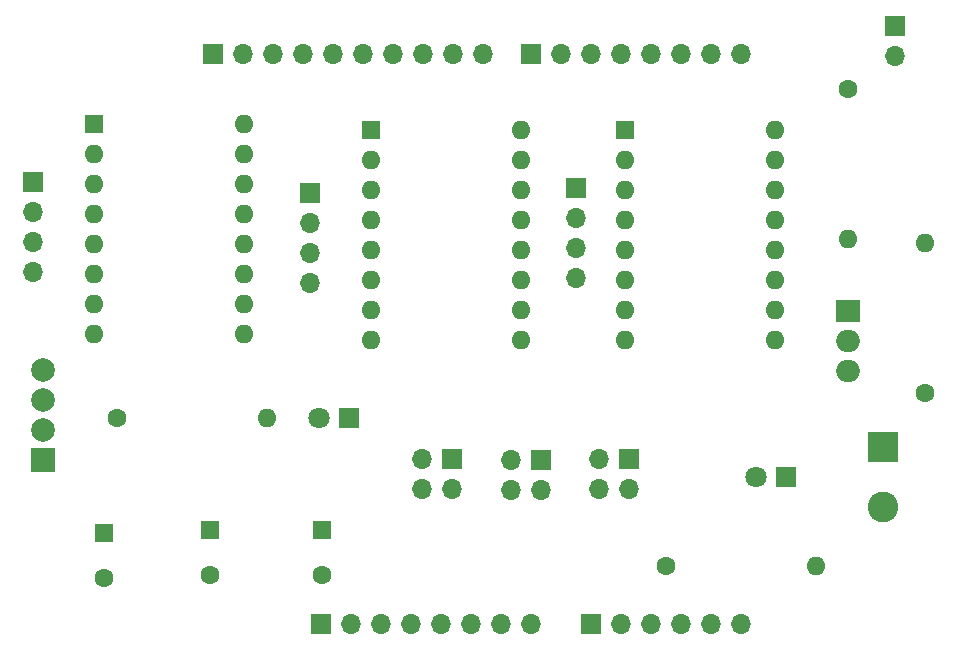
<source format=gbr>
%TF.GenerationSoftware,KiCad,Pcbnew,8.0.3*%
%TF.CreationDate,2024-08-02T22:15:16+02:00*%
%TF.ProjectId,ARD-MOTORES2,4152442d-4d4f-4544-9f52-4553322e6b69,rev?*%
%TF.SameCoordinates,Original*%
%TF.FileFunction,Copper,L1,Top*%
%TF.FilePolarity,Positive*%
%FSLAX46Y46*%
G04 Gerber Fmt 4.6, Leading zero omitted, Abs format (unit mm)*
G04 Created by KiCad (PCBNEW 8.0.3) date 2024-08-02 22:15:16*
%MOMM*%
%LPD*%
G01*
G04 APERTURE LIST*
%TA.AperFunction,ComponentPad*%
%ADD10R,1.600000X1.600000*%
%TD*%
%TA.AperFunction,ComponentPad*%
%ADD11C,1.600000*%
%TD*%
%TA.AperFunction,ComponentPad*%
%ADD12O,1.600000X1.600000*%
%TD*%
%TA.AperFunction,ComponentPad*%
%ADD13R,1.800000X1.800000*%
%TD*%
%TA.AperFunction,ComponentPad*%
%ADD14C,1.800000*%
%TD*%
%TA.AperFunction,ComponentPad*%
%ADD15R,1.700000X1.700000*%
%TD*%
%TA.AperFunction,ComponentPad*%
%ADD16O,1.700000X1.700000*%
%TD*%
%TA.AperFunction,ComponentPad*%
%ADD17R,2.000000X2.000000*%
%TD*%
%TA.AperFunction,ComponentPad*%
%ADD18C,2.000000*%
%TD*%
%TA.AperFunction,ComponentPad*%
%ADD19R,2.000000X1.905000*%
%TD*%
%TA.AperFunction,ComponentPad*%
%ADD20O,2.000000X1.905000*%
%TD*%
%TA.AperFunction,ComponentPad*%
%ADD21R,2.600000X2.600000*%
%TD*%
%TA.AperFunction,ComponentPad*%
%ADD22C,2.600000*%
%TD*%
G04 APERTURE END LIST*
D10*
%TO.P,C3,1*%
%TO.N,+12V*%
X128000000Y-89500000D03*
D11*
%TO.P,C3,2*%
%TO.N,GND*%
X128000000Y-93300000D03*
%TD*%
D10*
%TO.P,C2,1*%
%TO.N,+12V*%
X118500000Y-89500000D03*
D11*
%TO.P,C2,2*%
%TO.N,GND*%
X118500000Y-93300000D03*
%TD*%
D10*
%TO.P,C1,1*%
%TO.N,+12V*%
X109500000Y-89697349D03*
D11*
%TO.P,C1,2*%
%TO.N,GND*%
X109500000Y-93497349D03*
%TD*%
D12*
%TO.P,R3,2*%
%TO.N,Net-(Q1-G)*%
X172500000Y-64850000D03*
D11*
%TO.P,R3,1*%
%TO.N,/\u002A11*%
X172500000Y-52150000D03*
%TD*%
D12*
%TO.P,R2,2*%
%TO.N,Net-(D4-A)*%
X169850000Y-92500000D03*
D11*
%TO.P,R2,1*%
%TO.N,+5V*%
X157150000Y-92500000D03*
%TD*%
%TO.P,R1,1*%
%TO.N,+5V*%
X110650000Y-80000000D03*
D12*
%TO.P,R1,2*%
%TO.N,Net-(D1-A)*%
X123350000Y-80000000D03*
%TD*%
D13*
%TO.P,D4,1,K*%
%TO.N,Net-(D4-K)*%
X167275000Y-85000000D03*
D14*
%TO.P,D4,2,A*%
%TO.N,Net-(D4-A)*%
X164735000Y-85000000D03*
%TD*%
D13*
%TO.P,D1,1,K*%
%TO.N,GND*%
X130275000Y-80000000D03*
D14*
%TO.P,D1,2,A*%
%TO.N,Net-(D1-A)*%
X127735000Y-80000000D03*
%TD*%
D15*
%TO.P,J1,1,Pin_1*%
%TO.N,unconnected-(J1-Pin_1-Pad1)*%
X127940000Y-97460000D03*
D16*
%TO.P,J1,2,Pin_2*%
%TO.N,/IOREF*%
X130480000Y-97460000D03*
%TO.P,J1,3,Pin_3*%
%TO.N,/~{RESET}*%
X133020000Y-97460000D03*
%TO.P,J1,4,Pin_4*%
%TO.N,+3V3*%
X135560000Y-97460000D03*
%TO.P,J1,5,Pin_5*%
%TO.N,+5V*%
X138100000Y-97460000D03*
%TO.P,J1,6,Pin_6*%
%TO.N,GND*%
X140640000Y-97460000D03*
%TO.P,J1,7,Pin_7*%
X143180000Y-97460000D03*
%TO.P,J1,8,Pin_8*%
%TO.N,unconnected-(J1-Pin_8-Pad8)*%
X145720000Y-97460000D03*
%TD*%
D15*
%TO.P,J3,1,Pin_1*%
%TO.N,/A0*%
X150800000Y-97460000D03*
D16*
%TO.P,J3,2,Pin_2*%
%TO.N,/A1*%
X153340000Y-97460000D03*
%TO.P,J3,3,Pin_3*%
%TO.N,/A2*%
X155880000Y-97460000D03*
%TO.P,J3,4,Pin_4*%
%TO.N,/A3*%
X158420000Y-97460000D03*
%TO.P,J3,5,Pin_5*%
%TO.N,/SDA{slash}A4*%
X160960000Y-97460000D03*
%TO.P,J3,6,Pin_6*%
%TO.N,/SCL{slash}A5*%
X163500000Y-97460000D03*
%TD*%
D15*
%TO.P,J2,1,Pin_1*%
%TO.N,/SCL{slash}A5*%
X118796000Y-49200000D03*
D16*
%TO.P,J2,2,Pin_2*%
%TO.N,/SDA{slash}A4*%
X121336000Y-49200000D03*
%TO.P,J2,3,Pin_3*%
%TO.N,/AREF*%
X123876000Y-49200000D03*
%TO.P,J2,4,Pin_4*%
%TO.N,GND*%
X126416000Y-49200000D03*
%TO.P,J2,5,Pin_5*%
%TO.N,/13*%
X128956000Y-49200000D03*
%TO.P,J2,6,Pin_6*%
%TO.N,/12*%
X131496000Y-49200000D03*
%TO.P,J2,7,Pin_7*%
%TO.N,/\u002A11*%
X134036000Y-49200000D03*
%TO.P,J2,8,Pin_8*%
%TO.N,/\u002A10*%
X136576000Y-49200000D03*
%TO.P,J2,9,Pin_9*%
%TO.N,/\u002A9*%
X139116000Y-49200000D03*
%TO.P,J2,10,Pin_10*%
%TO.N,/8*%
X141656000Y-49200000D03*
%TD*%
D15*
%TO.P,J4,1,Pin_1*%
%TO.N,/7*%
X145720000Y-49200000D03*
D16*
%TO.P,J4,2,Pin_2*%
%TO.N,/\u002A6*%
X148260000Y-49200000D03*
%TO.P,J4,3,Pin_3*%
%TO.N,/\u002A5*%
X150800000Y-49200000D03*
%TO.P,J4,4,Pin_4*%
%TO.N,/4*%
X153340000Y-49200000D03*
%TO.P,J4,5,Pin_5*%
%TO.N,/\u002A3*%
X155880000Y-49200000D03*
%TO.P,J4,6,Pin_6*%
%TO.N,/2*%
X158420000Y-49200000D03*
%TO.P,J4,7,Pin_7*%
%TO.N,/TX{slash}1*%
X160960000Y-49200000D03*
%TO.P,J4,8,Pin_8*%
%TO.N,/RX{slash}0*%
X163500000Y-49200000D03*
%TD*%
D17*
%TO.P,JFUENTE1,1,Pin_1*%
%TO.N,GND*%
X104350000Y-83540000D03*
D18*
%TO.P,JFUENTE1,2,Pin_2*%
%TO.N,+3.3V*%
X104350000Y-81000000D03*
%TO.P,JFUENTE1,3,Pin_3*%
%TO.N,+5V*%
X104350000Y-78460000D03*
%TO.P,JFUENTE1,4,Pin_4*%
%TO.N,+12V*%
X104350000Y-75920000D03*
%TD*%
D19*
%TO.P,Q1,1,G*%
%TO.N,Net-(Q1-G)*%
X172555000Y-70960000D03*
D20*
%TO.P,Q1,2,D*%
%TO.N,Net-(D4-K)*%
X172555000Y-73500000D03*
%TO.P,Q1,3,S*%
%TO.N,GND*%
X172555000Y-76040000D03*
%TD*%
D12*
%TO.P,MOTZ1,16,DIR*%
%TO.N,/2*%
X166360000Y-55610000D03*
%TO.P,MOTZ1,15,STEP*%
%TO.N,/\u002A3*%
X166360000Y-58150000D03*
%TO.P,MOTZ1,14,~{SLEEP}*%
%TO.N,unconnected-(MOTZ1-~{SLEEP}-Pad14)*%
X166360000Y-60690000D03*
%TO.P,MOTZ1,13,~{RESET}*%
%TO.N,unconnected-(MOTZ1-~{RESET}-Pad13)*%
X166360000Y-63230000D03*
%TO.P,MOTZ1,12,MS3*%
%TO.N,/MOT2MS3*%
X166360000Y-65770000D03*
%TO.P,MOTZ1,11,MS2*%
%TO.N,/MOT2MS2*%
X166360000Y-68310000D03*
%TO.P,MOTZ1,10,MS1*%
%TO.N,/MOT2MS1*%
X166360000Y-70850000D03*
%TO.P,MOTZ1,9,~{ENABLE}*%
%TO.N,unconnected-(MOTZ1-~{ENABLE}-Pad9)*%
X166360000Y-73390000D03*
%TO.P,MOTZ1,8,VMOT*%
%TO.N,+12V*%
X153660000Y-73390000D03*
%TO.P,MOTZ1,7,GND*%
%TO.N,GND*%
X153660000Y-70850000D03*
%TO.P,MOTZ1,6,2B*%
%TO.N,/MOT22B*%
X153660000Y-68310000D03*
%TO.P,MOTZ1,5,2A*%
%TO.N,/MOT22A*%
X153660000Y-65770000D03*
%TO.P,MOTZ1,4,1A*%
%TO.N,/MOT21A*%
X153660000Y-63230000D03*
%TO.P,MOTZ1,3,1B*%
%TO.N,/MOT21B*%
X153660000Y-60690000D03*
%TO.P,MOTZ1,2,VDD*%
%TO.N,+5V*%
X153660000Y-58150000D03*
D10*
%TO.P,MOTZ1,1,GND*%
%TO.N,GND*%
X153660000Y-55610000D03*
%TD*%
D12*
%TO.P,MOTX1,16,DIR*%
%TO.N,/13*%
X121360000Y-55110000D03*
%TO.P,MOTX1,15,STEP*%
%TO.N,/12*%
X121360000Y-57650000D03*
%TO.P,MOTX1,14,~{SLEEP}*%
%TO.N,unconnected-(MOTX1-~{SLEEP}-Pad14)*%
X121360000Y-60190000D03*
%TO.P,MOTX1,13,~{RESET}*%
%TO.N,unconnected-(MOTX1-~{RESET}-Pad13)*%
X121360000Y-62730000D03*
%TO.P,MOTX1,12,MS3*%
%TO.N,/MOT0MS3*%
X121360000Y-65270000D03*
%TO.P,MOTX1,11,MS2*%
%TO.N,/MOT0MS2*%
X121360000Y-67810000D03*
%TO.P,MOTX1,10,MS1*%
%TO.N,/MOT0MS1*%
X121360000Y-70350000D03*
%TO.P,MOTX1,9,~{ENABLE}*%
%TO.N,unconnected-(MOTX1-~{ENABLE}-Pad9)*%
X121360000Y-72890000D03*
%TO.P,MOTX1,8,VMOT*%
%TO.N,+12V*%
X108660000Y-72890000D03*
%TO.P,MOTX1,7,GND*%
%TO.N,GND*%
X108660000Y-70350000D03*
%TO.P,MOTX1,6,2B*%
%TO.N,/MOT02B*%
X108660000Y-67810000D03*
%TO.P,MOTX1,5,2A*%
%TO.N,/MOT02A*%
X108660000Y-65270000D03*
%TO.P,MOTX1,4,1A*%
%TO.N,/MOT01A*%
X108660000Y-62730000D03*
%TO.P,MOTX1,3,1B*%
%TO.N,/MOT01B*%
X108660000Y-60190000D03*
%TO.P,MOTX1,2,VDD*%
%TO.N,+5V*%
X108660000Y-57650000D03*
D10*
%TO.P,MOTX1,1,GND*%
%TO.N,GND*%
X108660000Y-55110000D03*
%TD*%
D16*
%TO.P,JMOT2,4,Pin_4*%
%TO.N,/MOT22B*%
X149500000Y-68120000D03*
%TO.P,JMOT2,3,Pin_3*%
%TO.N,/MOT22A*%
X149500000Y-65580000D03*
%TO.P,JMOT2,2,Pin_2*%
%TO.N,/MOT21A*%
X149500000Y-63040000D03*
D15*
%TO.P,JMOT2,1,Pin_1*%
%TO.N,/MOT21B*%
X149500000Y-60500000D03*
%TD*%
D16*
%TO.P,JMOT0,4,Pin_4*%
%TO.N,/MOT02B*%
X103500000Y-67620000D03*
%TO.P,JMOT0,3,Pin_3*%
%TO.N,/MOT02A*%
X103500000Y-65080000D03*
%TO.P,JMOT0,2,Pin_2*%
%TO.N,/MOT01A*%
X103500000Y-62540000D03*
D15*
%TO.P,JMOT0,1,Pin_1*%
%TO.N,/MOT01B*%
X103500000Y-60000000D03*
%TD*%
D16*
%TO.P,JMOT1,4,Pin_4*%
%TO.N,/MOT12B*%
X127000000Y-68580000D03*
%TO.P,JMOT1,3,Pin_3*%
%TO.N,/MOT12A*%
X127000000Y-66040000D03*
%TO.P,JMOT1,2,Pin_2*%
%TO.N,/MOT11A*%
X127000000Y-63500000D03*
D15*
%TO.P,JMOT1,1,Pin_1*%
%TO.N,/MOT11B*%
X127000000Y-60960000D03*
%TD*%
%TO.P,JLIMZ1,1,Pin_1*%
%TO.N,/7*%
X154000000Y-83460000D03*
D16*
%TO.P,JLIMZ1,2,Pin_2*%
%TO.N,GND*%
X151460000Y-83460000D03*
%TO.P,JLIMZ1,3,Pin_3*%
%TO.N,/7*%
X154000000Y-86000000D03*
%TO.P,JLIMZ1,4,Pin_4*%
%TO.N,GND*%
X151460000Y-86000000D03*
%TD*%
D15*
%TO.P,JLIMY1,1,Pin_1*%
%TO.N,/8*%
X146500000Y-83500000D03*
D16*
%TO.P,JLIMY1,2,Pin_2*%
%TO.N,GND*%
X143960000Y-83500000D03*
%TO.P,JLIMY1,3,Pin_3*%
%TO.N,/8*%
X146500000Y-86040000D03*
%TO.P,JLIMY1,4,Pin_4*%
%TO.N,GND*%
X143960000Y-86040000D03*
%TD*%
D21*
%TO.P,J5,1,Pin_1*%
%TO.N,+12V*%
X175500000Y-82420000D03*
D22*
%TO.P,J5,2,Pin_2*%
%TO.N,Net-(D4-K)*%
X175500000Y-87500000D03*
%TD*%
D10*
%TO.P,MOTY1,1,GND*%
%TO.N,GND*%
X132160000Y-55610000D03*
D12*
%TO.P,MOTY1,2,VDD*%
%TO.N,+5V*%
X132160000Y-58150000D03*
%TO.P,MOTY1,3,1B*%
%TO.N,/MOT11B*%
X132160000Y-60690000D03*
%TO.P,MOTY1,4,1A*%
%TO.N,/MOT11A*%
X132160000Y-63230000D03*
%TO.P,MOTY1,5,2A*%
%TO.N,/MOT12A*%
X132160000Y-65770000D03*
%TO.P,MOTY1,6,2B*%
%TO.N,/MOT12B*%
X132160000Y-68310000D03*
%TO.P,MOTY1,7,GND*%
%TO.N,GND*%
X132160000Y-70850000D03*
%TO.P,MOTY1,8,VMOT*%
%TO.N,+12V*%
X132160000Y-73390000D03*
%TO.P,MOTY1,9,~{ENABLE}*%
%TO.N,unconnected-(MOTY1-~{ENABLE}-Pad9)*%
X144860000Y-73390000D03*
%TO.P,MOTY1,10,MS1*%
%TO.N,/MOT1MS1*%
X144860000Y-70850000D03*
%TO.P,MOTY1,11,MS2*%
%TO.N,/MOT1MS2*%
X144860000Y-68310000D03*
%TO.P,MOTY1,12,MS3*%
%TO.N,/MOT1MS3*%
X144860000Y-65770000D03*
%TO.P,MOTY1,13,~{RESET}*%
%TO.N,unconnected-(MOTY1-~{RESET}-Pad13)*%
X144860000Y-63230000D03*
%TO.P,MOTY1,14,~{SLEEP}*%
%TO.N,unconnected-(MOTY1-~{SLEEP}-Pad14)*%
X144860000Y-60690000D03*
%TO.P,MOTY1,15,STEP*%
%TO.N,/\u002A11*%
X144860000Y-58150000D03*
%TO.P,MOTY1,16,DIR*%
%TO.N,/\u002A10*%
X144860000Y-55610000D03*
%TD*%
D16*
%TO.P,JOUT1,2,Pin_2*%
%TO.N,/RX{slash}0*%
X176525000Y-49290000D03*
D15*
%TO.P,JOUT1,1,Pin_1*%
%TO.N,/TX{slash}1*%
X176525000Y-46750000D03*
%TD*%
%TO.P,JLIMX1,1,Pin_1*%
%TO.N,/\u002A9*%
X139000000Y-83460000D03*
D16*
%TO.P,JLIMX1,2,Pin_2*%
%TO.N,GND*%
X136460000Y-83460000D03*
%TO.P,JLIMX1,3,Pin_3*%
%TO.N,/\u002A9*%
X139000000Y-86000000D03*
%TO.P,JLIMX1,4,Pin_4*%
%TO.N,GND*%
X136460000Y-86000000D03*
%TD*%
D11*
%TO.P,R4,1*%
%TO.N,GND*%
X179000000Y-77850000D03*
D12*
%TO.P,R4,2*%
%TO.N,Net-(Q1-G)*%
X179000000Y-65150000D03*
%TD*%
M02*

</source>
